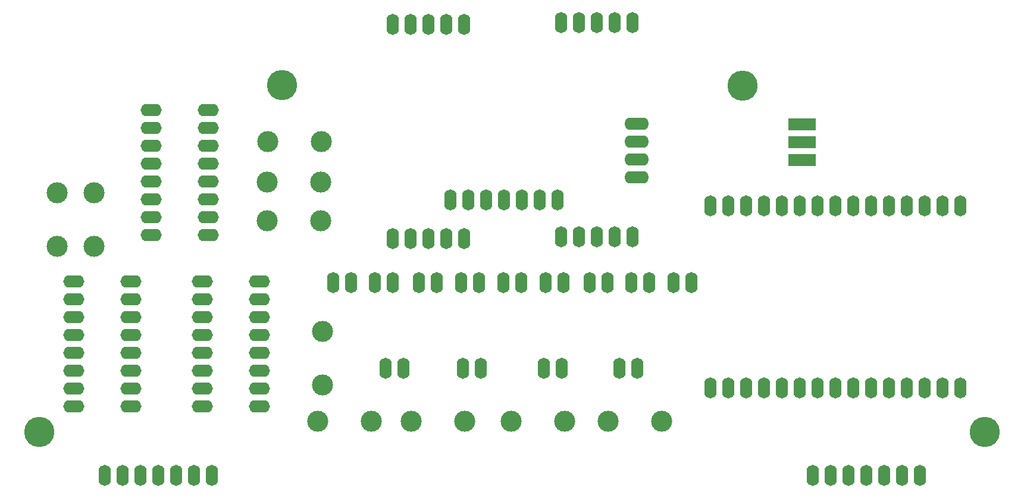
<source format=gbr>
%TF.GenerationSoftware,KiCad,Pcbnew,8.0.1*%
%TF.CreationDate,2024-04-15T10:29:33-04:00*%
%TF.ProjectId,Baja Dashboard Schematic Part 2,42616a61-2044-4617-9368-626f61726420,rev?*%
%TF.SameCoordinates,Original*%
%TF.FileFunction,Soldermask,Top*%
%TF.FilePolarity,Negative*%
%FSLAX46Y46*%
G04 Gerber Fmt 4.6, Leading zero omitted, Abs format (unit mm)*
G04 Created by KiCad (PCBNEW 8.0.1) date 2024-04-15 10:29:33*
%MOMM*%
%LPD*%
G01*
G04 APERTURE LIST*
%ADD10O,1.750000X3.000000*%
%ADD11C,3.000000*%
%ADD12R,4.000000X1.750000*%
%ADD13C,4.300000*%
%ADD14O,3.500000X1.750000*%
%ADD15O,3.000000X1.750000*%
G04 APERTURE END LIST*
D10*
%TO.C,D4*%
X162250000Y-111500000D03*
X164790000Y-111500000D03*
%TD*%
%TO.C,D2*%
X150000000Y-111500000D03*
X152540000Y-111500000D03*
%TD*%
D11*
%TO.C,R10*%
X172500000Y-131250000D03*
X164880000Y-131250000D03*
%TD*%
D12*
%TO.C,U8*%
X192500000Y-89000000D03*
X192500000Y-91540000D03*
X192500000Y-94080000D03*
%TD*%
D10*
%TO.C,D1*%
X144000000Y-111500000D03*
X146540000Y-111500000D03*
%TD*%
D11*
%TO.C,R5*%
X124250000Y-126120000D03*
X124250000Y-118500000D03*
%TD*%
D10*
%TO.C,D6*%
X174250000Y-111500000D03*
X176790000Y-111500000D03*
%TD*%
%TO.C,D13*%
X166500000Y-123750000D03*
X169040000Y-123750000D03*
%TD*%
%TO.C,D9*%
X131750000Y-111500000D03*
X134290000Y-111500000D03*
%TD*%
D11*
%TO.C,R2*%
X91750000Y-106370000D03*
X91750000Y-98750000D03*
%TD*%
D10*
%TO.C,U5*%
X168410000Y-74520000D03*
X165870000Y-74520000D03*
X163330000Y-74520000D03*
X160790000Y-74520000D03*
X158250000Y-74520000D03*
X158250000Y-105000000D03*
X160790000Y-105000000D03*
X163330000Y-105000000D03*
X165870000Y-105000000D03*
X168410000Y-105000000D03*
%TD*%
%TO.C,D3*%
X156000000Y-111500000D03*
X158540000Y-111500000D03*
%TD*%
D11*
%TO.C,R3*%
X124120000Y-91500000D03*
X116500000Y-91500000D03*
%TD*%
D13*
%TO.C,H1*%
X184000000Y-83500000D03*
%TD*%
D11*
%TO.C,R1*%
X86500000Y-106370000D03*
X86500000Y-98750000D03*
%TD*%
D10*
%TO.C,D12*%
X155750000Y-123750000D03*
X158290000Y-123750000D03*
%TD*%
%TO.C,D11*%
X144210000Y-123750000D03*
X146750000Y-123750000D03*
%TD*%
D11*
%TO.C,R4*%
X124000000Y-97200000D03*
X116380000Y-97200000D03*
%TD*%
D10*
%TO.C,D8*%
X138000000Y-111500000D03*
X140540000Y-111500000D03*
%TD*%
%TO.C,D7*%
X133210000Y-123750000D03*
X135750000Y-123750000D03*
%TD*%
%TO.C,U6*%
X144410000Y-74770000D03*
X141870000Y-74770000D03*
X139330000Y-74770000D03*
X136790000Y-74770000D03*
X134250000Y-74770000D03*
X134250000Y-105250000D03*
X136790000Y-105250000D03*
X139330000Y-105250000D03*
X141870000Y-105250000D03*
X144410000Y-105250000D03*
%TD*%
D11*
%TO.C,R6*%
X116380000Y-102750000D03*
X124000000Y-102750000D03*
%TD*%
D10*
%TO.C,U8_Left1*%
X93260000Y-139000000D03*
X95800000Y-139000000D03*
X98340000Y-139000000D03*
X100880000Y-139000000D03*
X103420000Y-139000000D03*
X105960000Y-139000000D03*
X108500000Y-139000000D03*
%TD*%
D14*
%TO.C,J1*%
X169000000Y-96520000D03*
X169000000Y-93980000D03*
X169000000Y-91440000D03*
X169000000Y-88900000D03*
%TD*%
D11*
%TO.C,R9*%
X158750000Y-131250000D03*
X151130000Y-131250000D03*
%TD*%
D13*
%TO.C,H3*%
X83997200Y-132764800D03*
%TD*%
D10*
%TO.C,D10*%
X125750000Y-111500000D03*
X128290000Y-111500000D03*
%TD*%
D13*
%TO.C,H4*%
X218500000Y-132750000D03*
%TD*%
D10*
%TO.C,U7_Right1*%
X194000000Y-139000000D03*
X196540000Y-139000000D03*
X199080000Y-139000000D03*
X201620000Y-139000000D03*
X204160000Y-139000000D03*
X206700000Y-139000000D03*
X209240000Y-139000000D03*
%TD*%
D11*
%TO.C,R7*%
X123630000Y-131250000D03*
X131250000Y-131250000D03*
%TD*%
D13*
%TO.C,H2*%
X118500000Y-83452300D03*
%TD*%
D10*
%TO.C,D5*%
X168250000Y-111500000D03*
X170790000Y-111500000D03*
%TD*%
D11*
%TO.C,R8*%
X136880000Y-131250000D03*
X144500000Y-131250000D03*
%TD*%
D15*
%TO.C,U2*%
X97000000Y-111340000D03*
X97000000Y-113880000D03*
X97000000Y-116420000D03*
X97000000Y-118960000D03*
X97000000Y-121500000D03*
X97000000Y-124040000D03*
X97000000Y-126580000D03*
X97000000Y-129120000D03*
X88880000Y-129120000D03*
X88880000Y-126580000D03*
X88880000Y-124040000D03*
X88880000Y-121500000D03*
X88880000Y-118960000D03*
X88880000Y-116420000D03*
X88880000Y-113880000D03*
X88880000Y-111340000D03*
%TD*%
D10*
%TO.C,U4*%
X215060000Y-126500000D03*
X212520000Y-126500000D03*
X209980000Y-126500000D03*
X207440000Y-126500000D03*
X204900000Y-126500000D03*
X202360000Y-126500000D03*
X199820000Y-126500000D03*
X197280000Y-126500000D03*
X194740000Y-126500000D03*
X192200000Y-126500000D03*
X189660000Y-126500000D03*
X187120000Y-126500000D03*
X184580000Y-126500000D03*
X182040000Y-126500000D03*
X179500000Y-126500000D03*
X179500000Y-100600000D03*
X182040000Y-100600000D03*
X184580000Y-100600000D03*
X187120000Y-100600000D03*
X189660000Y-100600000D03*
X192200000Y-100600000D03*
X194740000Y-100600000D03*
X197280000Y-100600000D03*
X199820000Y-100600000D03*
X202360000Y-100600000D03*
X204900000Y-100600000D03*
X207440000Y-100600000D03*
X209980000Y-100600000D03*
X212520000Y-100600000D03*
X215060000Y-100600000D03*
%TD*%
%TO.C,U7*%
X157750000Y-99750000D03*
X155210000Y-99750000D03*
X152670000Y-99750000D03*
X150130000Y-99750000D03*
X147590000Y-99750000D03*
X145050000Y-99750000D03*
X142510000Y-99750000D03*
%TD*%
D15*
%TO.C,U3*%
X108000000Y-86960000D03*
X108000000Y-89500000D03*
X108000000Y-92040000D03*
X108000000Y-94580000D03*
X108000000Y-97120000D03*
X108000000Y-99660000D03*
X108000000Y-102200000D03*
X108000000Y-104740000D03*
X99880000Y-104740000D03*
X99880000Y-102200000D03*
X99880000Y-99660000D03*
X99880000Y-97120000D03*
X99880000Y-94580000D03*
X99880000Y-92040000D03*
X99880000Y-89500000D03*
X99880000Y-86960000D03*
%TD*%
%TO.C,U1*%
X115250000Y-111340000D03*
X115250000Y-113880000D03*
X115250000Y-116420000D03*
X115250000Y-118960000D03*
X115250000Y-121500000D03*
X115250000Y-124040000D03*
X115250000Y-126580000D03*
X115250000Y-129120000D03*
X107130000Y-129120000D03*
X107130000Y-126580000D03*
X107130000Y-124040000D03*
X107130000Y-121500000D03*
X107130000Y-118960000D03*
X107130000Y-116420000D03*
X107130000Y-113880000D03*
X107130000Y-111340000D03*
%TD*%
M02*

</source>
